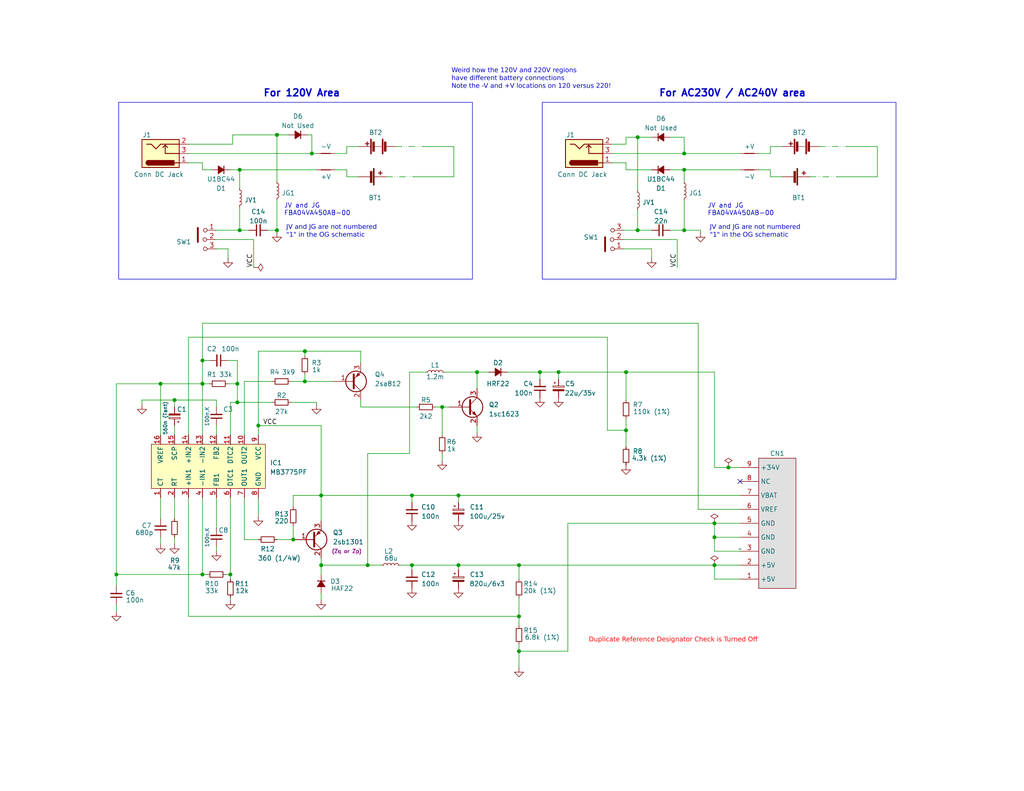
<source format=kicad_sch>
(kicad_sch (version 20230121) (generator eeschema)
  (paper "USLetter")
  (title_block (title "DC-DC Converter for GG") (rev "1") (company "bald.ee/bitpreserve"))
  (lib_symbols
    (symbol "Connector:Barrel_Jack_Switch" (pin_names hide)
      (property "Reference" "J" (at 0 5.334 0))
      (property "Value" "Barrel_Jack_Switch" (at 0 -5.08 0))
      (symbol "Barrel_Jack_Switch_0_1"
        (rectangle (start -5.08 3.81) (end 5.08 -3.81) (stroke (width 0.254)) (fill (type background)))
        (arc (start -3.302 3.175) (mid -3.9343 2.54) (end -3.302 1.905) (stroke (width 0.254)))
        (arc (start -3.302 3.175) (mid -3.9343 2.54) (end -3.302 1.905) (stroke (width 0.254)) (fill (type outline)))
        (polyline (pts (xy 1.27 -2.286) (xy 1.905 -1.651)) (stroke (width 0.254)))
        (polyline (pts (xy 5.08 2.54) (xy 3.81 2.54)) (stroke (width 0.254)))
        (polyline (pts (xy 5.08 0) (xy 1.27 0) (xy 1.27 -2.286) (xy 0.635 -1.651)) (stroke (width 0.254)))
        (polyline (pts (xy -3.81 -2.54) (xy -2.54 -2.54) (xy -1.27 -1.27) (xy 0 -2.54) (xy 2.54 -2.54) (xy 5.08 -2.54)) (stroke (width 0.254)))
        (rectangle (start 3.683 3.175) (end -3.302 1.905) (stroke (width 0.254)) (fill (type outline)))
      )
      (symbol "Barrel_Jack_Switch_1_1"
        (pin passive line (at 7.62 2.54 180) (length 2.54) (name "~") (number "1"))
        (pin passive line (at 7.62 -2.54 180) (length 2.54) (name "~") (number "2"))
        (pin passive line (at 7.62 0 180) (length 2.54) (name "~") (number "3"))
      )
    )
    (symbol "Device:Battery" (pin_numbers hide) (pin_names (offset 0) hide)
      (property "Reference" "BT" (at 2.54 2.54 0))
      (property "Value" "Battery" (at 2.54 0 0))
      (symbol "Battery_0_1"
        (rectangle (start -2.032 -1.397) (end 2.032 -1.651) (fill (type outline)))
        (rectangle (start -2.032 1.778) (end 2.032 1.524) (fill (type outline)))
        (rectangle (start -1.3208 -1.9812) (end 1.27 -2.4892) (fill (type outline)))
        (rectangle (start -1.3208 1.1938) (end 1.27 0.6858) (fill (type outline)))
        (polyline (pts (xy 0 -1.524) (xy 0 -1.27)))
        (polyline (pts (xy 0 -1.016) (xy 0 -0.762)))
        (polyline (pts (xy 0 -0.508) (xy 0 -0.254)))
        (polyline (pts (xy 0 0) (xy 0 0.254)))
        (polyline (pts (xy 0 0.508) (xy 0 0.762)))
        (polyline (pts (xy 0 1.778) (xy 0 2.54)))
        (polyline (pts (xy 0.254 2.667) (xy 1.27 2.667)) (stroke (width 0.254)))
        (polyline (pts (xy 0.762 3.175) (xy 0.762 2.159)) (stroke (width 0.254)))
      )
      (symbol "Battery_1_1"
        (pin passive line (at 0 5.08 270) (length 2.54) (name "+") (number "1"))
        (pin passive line (at 0 -5.08 90) (length 2.54) (name "-") (number "2"))
      )
    )
    (symbol "Device:Battery_Cell" (pin_numbers hide) (pin_names (offset 0) hide)
      (property "Reference" "BT" (at 2.54 2.54 0))
      (property "Value" "Battery_Cell" (at 2.54 0 0))
      (symbol "Battery_Cell_0_1"
        (rectangle (start -2.286 1.778) (end 2.286 1.524) (fill (type outline)))
        (rectangle (start -1.5748 1.1938) (end 1.4732 0.6858) (fill (type outline)))
        (polyline (pts (xy 0 0.762) (xy 0 0)))
        (polyline (pts (xy 0 1.778) (xy 0 2.54)))
        (polyline (pts (xy 0.508 3.429) (xy 1.524 3.429)) (stroke (width 0.254)))
        (polyline (pts (xy 1.016 3.937) (xy 1.016 2.921)) (stroke (width 0.254)))
      )
      (symbol "Battery_Cell_1_1"
        (pin passive line (at 0 5.08 270) (length 2.54) (name "+") (number "1"))
        (pin passive line (at 0 -2.54 90) (length 2.54) (name "-") (number "2"))
      )
    )
    (symbol "Device:C_Polarized_Small" (pin_numbers hide) (pin_names (offset 0.254) hide)
      (property "Reference" "C" (at 0.254 1.778 0))
      (property "Value" "C_Polarized_Small" (at 0.254 -2.032 0))
      (symbol "C_Polarized_Small_0_1"
        (rectangle (start -1.524 -0.3048) (end 1.524 -0.6858) (fill (type outline)))
        (rectangle (start -1.524 0.6858) (end 1.524 0.3048))
        (polyline (pts (xy -1.27 1.524) (xy -0.762 1.524)))
        (polyline (pts (xy -1.016 1.27) (xy -1.016 1.778)))
      )
      (symbol "C_Polarized_Small_1_1"
        (pin passive line (at 0 2.54 270) (length 1.8542) (name "~") (number "1"))
        (pin passive line (at 0 -2.54 90) (length 1.8542) (name "~") (number "2"))
      )
    )
    (symbol "Device:C_Small" (pin_numbers hide) (pin_names (offset 0.254) hide)
      (property "Reference" "C" (at 0.254 1.778 0))
      (property "Value" "C_Small" (at 0.254 -2.032 0))
      (symbol "C_Small_0_1"
        (polyline (pts (xy -1.524 -0.508) (xy 1.524 -0.508)) (stroke (width 0.3302)))
        (polyline (pts (xy -1.524 0.508) (xy 1.524 0.508)) (stroke (width 0.3048)))
      )
      (symbol "C_Small_1_1"
        (pin passive line (at 0 2.54 270) (length 2.032) (name "~") (number "1"))
        (pin passive line (at 0 -2.54 90) (length 2.032) (name "~") (number "2"))
      )
    )
    (symbol "Device:D_Small_Filled" (pin_numbers hide) (pin_names (offset 0.254) hide)
      (property "Reference" "D" (at -1.27 2.032 0))
      (property "Value" "D_Small_Filled" (at -3.81 -2.032 0))
      (symbol "D_Small_Filled_0_1"
        (polyline (pts (xy -0.762 -1.016) (xy -0.762 1.016)) (stroke (width 0.254)))
        (polyline (pts (xy -0.762 0) (xy 0.762 0)))
        (polyline (pts (xy 0.762 -1.016) (xy -0.762 0) (xy 0.762 1.016) (xy 0.762 -1.016)) (stroke (width 0.254)) (fill (type outline)))
      )
      (symbol "D_Small_Filled_1_1"
        (pin passive line (at -2.54 0 0) (length 1.778) (name "K") (number "1"))
        (pin passive line (at 2.54 0 180) (length 1.778) (name "A") (number "2"))
      )
    )
    (symbol "Device:L_Small" (pin_numbers hide) (pin_names (offset 0.254) hide)
      (property "Reference" "L" (at 0.762 1.016 0))
      (property "Value" "L_Small" (at 0.762 -1.016 0))
      (symbol "L_Small_0_1"
        (arc (start 0 -2.032) (mid 0.5058 -1.524) (end 0 -1.016))
        (arc (start 0 -1.016) (mid 0.5058 -0.508) (end 0 0))
        (arc (start 0 0) (mid 0.5058 0.508) (end 0 1.016))
        (arc (start 0 1.016) (mid 0.5058 1.524) (end 0 2.032))
      )
      (symbol "L_Small_1_1"
        (pin passive line (at 0 2.54 270) (length 0.508) (name "~") (number "1"))
        (pin passive line (at 0 -2.54 90) (length 0.508) (name "~") (number "2"))
      )
    )
    (symbol "Device:NetTie_2" (pin_numbers hide) (pin_names (offset 0) hide) (in_bom no)
      (property "Reference" "NT" (at 0 1.27 0))
      (property "Value" "NetTie_2" (at 0 -1.27 0))
      (symbol "NetTie_2_0_1"
        (polyline (pts (xy -1.27 0) (xy 1.27 0)) (stroke (width 0.254)))
      )
      (symbol "NetTie_2_1_1"
        (pin passive line (at -2.54 0 0) (length 2.54) (name "1") (number "1"))
        (pin passive line (at 2.54 0 180) (length 2.54) (name "2") (number "2"))
      )
    )
    (symbol "Device:Q_NPN_BEC" (pin_names (offset 0) hide)
      (property "Reference" "Q" (at 5.08 1.27 0))
      (property "Value" "Q_NPN_BEC" (at 5.08 -1.27 0))
      (symbol "Q_NPN_BEC_0_1"
        (polyline (pts (xy 0.635 0.635) (xy 2.54 2.54)))
        (polyline (pts (xy 0.635 -0.635) (xy 2.54 -2.54) (xy 2.54 -2.54)))
        (polyline (pts (xy 0.635 1.905) (xy 0.635 -1.905) (xy 0.635 -1.905)) (stroke (width 0.508)))
        (polyline (pts (xy 1.27 -1.778) (xy 1.778 -1.27) (xy 2.286 -2.286) (xy 1.27 -1.778) (xy 1.27 -1.778)) (fill (type outline)))
        (circle (center 1.27 0) (radius 2.8194) (stroke (width 0.254)))
      )
      (symbol "Q_NPN_BEC_1_1"
        (pin input line (at -5.08 0 0) (length 5.715) (name "B") (number "1"))
        (pin passive line (at 2.54 -5.08 90) (length 2.54) (name "E") (number "2"))
        (pin passive line (at 2.54 5.08 270) (length 2.54) (name "C") (number "3"))
      )
    )
    (symbol "Device:Q_PNP_BCE" (pin_names (offset 0) hide)
      (property "Reference" "Q" (at 5.08 1.27 0))
      (property "Value" "Q_PNP_BCE" (at 5.08 -1.27 0))
      (symbol "Q_PNP_BCE_0_1"
        (polyline (pts (xy 0.635 0.635) (xy 2.54 2.54)))
        (polyline (pts (xy 0.635 -0.635) (xy 2.54 -2.54) (xy 2.54 -2.54)))
        (polyline (pts (xy 0.635 1.905) (xy 0.635 -1.905) (xy 0.635 -1.905)) (stroke (width 0.508)))
        (polyline (pts (xy 2.286 -1.778) (xy 1.778 -2.286) (xy 1.27 -1.27) (xy 2.286 -1.778) (xy 2.286 -1.778)) (fill (type outline)))
        (circle (center 1.27 0) (radius 2.8194) (stroke (width 0.254)))
      )
      (symbol "Q_PNP_BCE_1_1"
        (pin input line (at -5.08 0 0) (length 5.715) (name "B") (number "1"))
        (pin passive line (at 2.54 5.08 270) (length 2.54) (name "C") (number "2"))
        (pin passive line (at 2.54 -5.08 90) (length 2.54) (name "E") (number "3"))
      )
    )
    (symbol "Device:R_Small" (pin_numbers hide) (pin_names (offset 0.254) hide)
      (property "Reference" "R" (at 0.762 0.508 0))
      (property "Value" "R_Small" (at 0.762 -1.016 0))
      (symbol "R_Small_0_1"
        (rectangle (start -0.762 1.778) (end 0.762 -1.778) (stroke (width 0.2032)))
      )
      (symbol "R_Small_1_1"
        (pin passive line (at 0 2.54 270) (length 0.762) (name "~") (number "1"))
        (pin passive line (at 0 -2.54 90) (length 0.762) (name "~") (number "2"))
      )
    )
    (symbol "Game Gear Symbol Library:MB3775PF"
      (property "Reference" "IC" (at 17.145 3.175 0))
      (symbol "MB3775PF_0_1"
        (rectangle (start -15.875 5.715) (end 15.24 -6.35) (fill (type background)))
      )
      (symbol "MB3775PF_1_0"
        (pin passive line (at -13.335 -8.89 90) (length 2.54) (name "CT") (number "1"))
        (pin output line (at 9.525 8.255 270) (length 2.54) (name "OUT2") (number "10"))
        (pin output line (at 5.715 8.255 270) (length 2.54) (name "DTC2") (number "11"))
        (pin passive line (at 1.905 8.255 270) (length 2.54) (name "FB2") (number "12"))
        (pin input line (at -1.905 8.255 270) (length 2.54) (name "-IN2") (number "13"))
        (pin input line (at -5.715 8.255 270) (length 2.54) (name "+IN2") (number "14"))
        (pin passive line (at -9.525 -8.89 90) (length 2.54) (name "RT") (number "2"))
        (pin input line (at -5.715 -8.89 90) (length 2.54) (name "+IN1") (number "3"))
        (pin input line (at -1.905 -8.89 90) (length 2.54) (name "-IN1") (number "4"))
        (pin passive line (at 1.905 -8.89 90) (length 2.54) (name "FB1") (number "5"))
        (pin output line (at 5.715 -8.89 90) (length 2.54) (name "DTC1") (number "6"))
        (pin output line (at 9.525 -8.89 90) (length 2.54) (name "OUT1") (number "7"))
        (pin power_in line (at 13.335 -8.89 90) (length 2.54) (name "GND") (number "8"))
        (pin power_in line (at 13.335 8.255 270) (length 2.54) (name "VCC") (number "9"))
      )
      (symbol "MB3775PF_1_1"
        (pin passive line (at -9.525 8.255 270) (length 2.54) (name "SCP") (number "15"))
        (pin passive line (at -13.335 8.255 270) (length 2.54) (name "VREF") (number "16"))
      )
    )
    (symbol "Game Gear Symbol Library:SW_SPDT_Flat" (pin_names (offset 0) hide)
      (property "Reference" "SW1" (at 0 6.985 0))
      (property "Value" "SW_SPDT" (at 0 4.445 0))
      (symbol "SW_SPDT_Flat_0_0"
        (circle (center 1.905 0) (radius 0.508))
        (circle (center 2.032 -2.54) (radius 0.508))
      )
      (symbol "SW_SPDT_Flat_0_1"
        (polyline (pts (xy 0 3.175) (xy 0 -0.635)) (stroke (width 0.5)))
        (circle (center 2.032 2.54) (radius 0.508))
      )
      (symbol "SW_SPDT_Flat_1_1"
        (pin passive line (at 5.08 2.54 180) (length 2.54) (name "A") (number "1"))
        (pin passive line (at 5.08 0 180) (length 2.54) (name "B") (number "2"))
        (pin passive line (at 5.08 -2.54 180) (length 2.54) (name "C") (number "3"))
      )
    )
    (symbol "Game Gear Symbol Library:Wire_9P_GG"
      (property "Reference" "CN" (at -10.16 19.05 0))
      (symbol "Wire_9P_GG_0_1"
        (rectangle (start -5.08 17.78) (end 5.08 -17.78) (fill (type color) (color 132 132 132 0.2509803922)))
      )
      (symbol "Wire_9P_GG_1_1"
        (pin passive line (at -10.16 15.24 0) (length 5.08) (name "+5V") (number "1"))
        (pin passive line (at -10.16 11.43 0) (length 5.08) (name "+5V") (number "2"))
        (pin passive line (at -10.16 7.62 0) (length 5.08) (name "GND") (number "3"))
        (pin passive line (at -10.16 3.81 0) (length 5.08) (name "GND") (number "4"))
        (pin passive line (at -10.16 0 0) (length 5.08) (name "GND") (number "5"))
        (pin passive line (at -10.16 -3.81 0) (length 5.08) (name "VREF") (number "6"))
        (pin passive line (at -10.16 -7.62 0) (length 5.08) (name "VBAT") (number "7"))
        (pin passive line (at -10.16 -11.43 0) (length 5.08) (name "NC") (number "8"))
        (pin passive line (at -10.16 -15.24 0) (length 5.08) (name "+34V") (number "9"))
      )
    )
    (symbol "SW_SPDT_Flat_1" (pin_names (offset 0) hide)
      (property "Reference" "SW1" (at 0 6.985 0))
      (property "Value" "SW_SPDT" (at 0 4.445 0))
      (symbol "SW_SPDT_Flat_1_0_0"
        (circle (center 1.905 0) (radius 0.508))
        (circle (center 2.032 -2.54) (radius 0.508))
      )
      (symbol "SW_SPDT_Flat_1_0_1"
        (polyline (pts (xy 0 3.175) (xy 0 -0.635)) (stroke (width 0.5)))
        (circle (center 2.032 2.54) (radius 0.508))
      )
      (symbol "SW_SPDT_Flat_1_1_1"
        (pin passive line (at 5.08 2.54 180) (length 2.54) (name "A") (number "1"))
        (pin passive line (at 5.08 0 180) (length 2.54) (name "B") (number "2"))
        (pin passive line (at 5.08 -2.54 180) (length 2.54) (name "C") (number "3"))
      )
    )
    (symbol "power:GND" (power) (pin_names (offset 0))
      (property "Value" "GND" (at 0 -3.81 0))
      (symbol "GND_0_1"
        (polyline (pts (xy 0 0) (xy 0 -1.27) (xy 1.27 -1.27) (xy 0 -2.54) (xy -1.27 -1.27) (xy 0 -1.27)))
      )
      (symbol "GND_1_1"
        (pin power_in line (at 0 0 270) (length 0) hide (name "GND") (number "1"))
      )
    )
    (symbol "power:PWR_FLAG" (power) (pin_numbers hide) (pin_names (offset 0) hide)
      (property "Value" "PWR_FLAG" (at 0 3.81 0))
      (symbol "PWR_FLAG_0_0"
        (pin power_out line (at 0 0 90) (length 0) (name "pwr") (number "1"))
      )
      (symbol "PWR_FLAG_0_1"
        (polyline (pts (xy 0 0) (xy 0 1.27) (xy -1.016 1.905) (xy 0 2.54) (xy 1.016 1.905) (xy 0 1.27)))
      )
    )
  )
  (junction (at 62.865 156.845))
  (junction (at 55.245 156.845))
  (junction (at 130.175 101.6))
  (junction (at 141.605 154.305))
  (junction (at 43.815 104.775))
  (junction (at 83.185 95.885))
  (junction (at 55.245 98.425))
  (junction (at 85.09 41.91))
  (junction (at 194.945 154.305))
  (junction (at 75.565 36.83))
  (junction (at 186.69 46.355))
  (junction (at 170.815 101.6))
  (junction (at 198.755 127.635))
  (junction (at 64.77 104.775))
  (junction (at 141.605 177.8))
  (junction (at 75.565 62.865))
  (junction (at 125.095 135.255))
  (junction (at 173.99 62.865))
  (junction (at 31.75 156.845))
  (junction (at 65.405 46.355))
  (junction (at 120.65 111.125))
  (junction (at 173.99 37.465))
  (junction (at 194.945 146.685))
  (junction (at 80.01 147.32))
  (junction (at 64.77 109.855))
  (junction (at 186.69 62.865))
  (junction (at 70.485 116.205))
  (junction (at 170.815 117.475))
  (junction (at 147.32 101.6))
  (junction (at 87.63 135.255))
  (junction (at 65.405 62.865))
  (junction (at 55.245 104.775))
  (junction (at 141.605 168.275))
  (junction (at 194.945 142.875))
  (junction (at 83.185 104.14))
  (junction (at 112.395 154.305))
  (junction (at 186.69 41.91))
  (junction (at 152.4 101.6))
  (junction (at 125.095 154.305))
  (junction (at 112.395 135.255))
  (junction (at 100.33 154.305))
  (junction (at 87.63 154.305))
  (junction (at 47.625 109.22))
  (no_connect (at 201.93 131.445))
  (wire (pts (xy 94.615 48.26) (xy 97.79 48.26)))
  (wire (pts (xy 94.615 40.005) (xy 97.79 40.005)))
  (wire (pts (xy 62.865 109.855) (xy 64.77 109.855)))
  (wire (pts (xy 130.175 101.6) (xy 133.35 101.6)))
  (wire (pts (xy 170.815 117.475) (xy 165.735 117.475)))
  (wire (pts (xy 75.565 54.61) (xy 75.565 62.865)))
  (wire (pts (xy 55.245 88.265) (xy 190.5 88.265)))
  (wire (pts (xy 177.8 67.945) (xy 177.8 70.485)))
  (wire (pts (xy 125.095 154.305) (xy 141.605 154.305)))
  (wire (pts (xy 65.405 46.355) (xy 86.36 46.355)))
  (wire (pts (xy 170.815 46.355) (xy 170.815 44.45)))
  (wire (pts (xy 65.405 46.355) (xy 65.405 51.435)))
  (wire (pts (xy 98.425 109.22) (xy 98.425 111.125)))
  (wire (pts (xy 64.77 109.855) (xy 74.295 109.855)))
  (wire (pts (xy 113.03 48.26) (xy 123.825 48.26)))
  (wire (pts (xy 51.435 41.91) (xy 85.09 41.91)))
  (wire (pts (xy 47.625 116.205) (xy 47.625 118.745)))
  (wire (pts (xy 100.33 154.305) (xy 104.14 154.305)))
  (wire (pts (xy 61.595 156.845) (xy 62.865 156.845)))
  (wire (pts (xy 111.76 123.825) (xy 100.33 123.825)))
  (wire (pts (xy 75.565 36.83) (xy 78.74 36.83)))
  (wire (pts (xy 170.18 65.405) (xy 184.785 65.405)))
  (wire (pts (xy 154.94 142.875) (xy 154.94 177.8)))
  (wire (pts (xy 105.41 48.26) (xy 113.03 48.26)) (stroke (width 0) (type dash_dot_dot)))
  (wire (pts (xy 112.395 154.305) (xy 125.095 154.305)))
  (wire (pts (xy 141.605 154.305) (xy 141.605 158.115)))
  (wire (pts (xy 83.185 104.14) (xy 83.185 102.235)))
  (wire (pts (xy 55.245 98.425) (xy 55.245 88.265)))
  (wire (pts (xy 125.095 135.255) (xy 125.095 137.16)))
  (wire (pts (xy 75.565 36.83) (xy 75.565 49.53)))
  (wire (pts (xy 66.675 104.14) (xy 66.675 118.745)))
  (wire (pts (xy 120.65 123.825) (xy 120.65 125.73)))
  (wire (pts (xy 141.605 168.275) (xy 141.605 170.815)))
  (wire (pts (xy 87.63 154.305) (xy 100.33 154.305)))
  (wire (pts (xy 87.63 161.925) (xy 87.63 163.83)))
  (wire (pts (xy 173.99 57.15) (xy 173.99 62.865)))
  (wire (pts (xy 141.605 175.895) (xy 141.605 177.8)))
  (wire (pts (xy 184.785 65.405) (xy 184.785 73.025)))
  (wire (pts (xy 194.945 154.305) (xy 194.945 158.115)))
  (wire (pts (xy 43.815 104.775) (xy 43.815 118.745)))
  (wire (pts (xy 177.8 46.355) (xy 170.815 46.355)))
  (wire (pts (xy 186.69 37.465) (xy 186.69 41.91)))
  (wire (pts (xy 170.815 37.465) (xy 170.815 39.37)))
  (wire (pts (xy 83.185 104.14) (xy 90.805 104.14)))
  (wire (pts (xy 38.735 109.22) (xy 38.735 110.49)))
  (wire (pts (xy 194.945 158.115) (xy 201.93 158.115)))
  (wire (pts (xy 87.63 116.205) (xy 87.63 135.255)))
  (wire (pts (xy 165.735 117.475) (xy 165.735 92.075)))
  (wire (pts (xy 62.23 98.425) (xy 64.77 98.425)))
  (wire (pts (xy 115.57 40.005) (xy 123.825 40.005)))
  (wire (pts (xy 125.095 135.255) (xy 112.395 135.255)))
  (wire (pts (xy 63.5 36.83) (xy 75.565 36.83)))
  (wire (pts (xy 31.75 104.775) (xy 31.75 156.845)))
  (wire (pts (xy 43.815 135.89) (xy 43.815 141.605)))
  (wire (pts (xy 182.88 46.355) (xy 186.69 46.355)))
  (wire (pts (xy 170.815 117.475) (xy 170.815 121.92)))
  (wire (pts (xy 51.435 135.89) (xy 51.435 168.275)))
  (wire (pts (xy 47.625 111.125) (xy 47.625 109.22)))
  (wire (pts (xy 51.435 39.37) (xy 63.5 39.37)))
  (wire (pts (xy 125.095 154.305) (xy 125.095 155.575)))
  (wire (pts (xy 57.785 46.355) (xy 55.245 46.355)))
  (wire (pts (xy 167.005 41.91) (xy 186.69 41.91)))
  (wire (pts (xy 80.01 143.51) (xy 80.01 147.32)))
  (wire (pts (xy 170.815 101.6) (xy 170.815 109.22)))
  (wire (pts (xy 147.32 101.6) (xy 152.4 101.6)))
  (wire (pts (xy 194.945 142.875) (xy 194.945 146.685)))
  (wire (pts (xy 170.18 62.865) (xy 173.99 62.865)))
  (wire (pts (xy 59.055 116.205) (xy 59.055 118.745)))
  (wire (pts (xy 64.77 104.775) (xy 64.77 109.855)))
  (wire (pts (xy 69.215 65.405) (xy 69.215 73.025)))
  (wire (pts (xy 120.65 111.125) (xy 120.65 118.745)))
  (wire (pts (xy 112.395 135.255) (xy 87.63 135.255)))
  (wire (pts (xy 66.675 104.14) (xy 74.295 104.14)))
  (wire (pts (xy 85.09 36.83) (xy 85.09 41.91)))
  (wire (pts (xy 173.99 62.865) (xy 177.8 62.865)))
  (wire (pts (xy 210.185 48.26) (xy 213.36 48.26)))
  (wire (pts (xy 59.055 62.865) (xy 65.405 62.865)))
  (wire (pts (xy 47.625 146.685) (xy 47.625 148.59)))
  (wire (pts (xy 62.865 118.745) (xy 62.865 109.855)))
  (wire (pts (xy 210.185 46.355) (xy 210.185 48.26)))
  (wire (pts (xy 59.055 135.89) (xy 59.055 144.145)))
  (wire (pts (xy 55.245 156.845) (xy 56.515 156.845)))
  (wire (pts (xy 107.95 40.005) (xy 115.57 40.005)) (stroke (width 0) (type dash_dot_dot)))
  (wire (pts (xy 87.63 152.4) (xy 87.63 154.305)))
  (wire (pts (xy 59.055 67.945) (xy 62.23 67.945)))
  (wire (pts (xy 87.63 135.255) (xy 87.63 142.24)))
  (wire (pts (xy 47.625 135.89) (xy 47.625 141.605)))
  (wire (pts (xy 138.43 101.6) (xy 147.32 101.6)))
  (wire (pts (xy 147.32 101.6) (xy 147.32 103.505)))
  (wire (pts (xy 186.69 41.91) (xy 201.93 41.91)))
  (wire (pts (xy 70.485 116.205) (xy 70.485 118.745)))
  (wire (pts (xy 79.375 109.855) (xy 86.36 109.855)))
  (wire (pts (xy 170.815 114.3) (xy 170.815 117.475)))
  (wire (pts (xy 59.055 149.225) (xy 59.055 150.495)))
  (wire (pts (xy 141.605 177.8) (xy 141.605 182.245)))
  (wire (pts (xy 91.44 41.91) (xy 94.615 41.91)))
  (wire (pts (xy 86.36 109.855) (xy 86.36 110.49)))
  (wire (pts (xy 152.4 101.6) (xy 170.815 101.6)))
  (wire (pts (xy 55.245 104.775) (xy 57.15 104.775)))
  (wire (pts (xy 66.675 147.32) (xy 70.485 147.32)))
  (wire (pts (xy 83.82 36.83) (xy 85.09 36.83)))
  (wire (pts (xy 186.69 54.61) (xy 186.69 62.865)))
  (wire (pts (xy 141.605 154.305) (xy 194.945 154.305)))
  (wire (pts (xy 173.99 37.465) (xy 170.815 37.465)))
  (wire (pts (xy 118.745 111.125) (xy 120.65 111.125)))
  (wire (pts (xy 198.755 127.635) (xy 194.945 127.635)))
  (wire (pts (xy 194.945 150.495) (xy 201.93 150.495)))
  (wire (pts (xy 109.22 154.305) (xy 112.395 154.305)))
  (wire (pts (xy 141.605 163.195) (xy 141.605 168.275)))
  (wire (pts (xy 207.01 46.355) (xy 210.185 46.355)))
  (wire (pts (xy 170.815 44.45) (xy 167.005 44.45)))
  (wire (pts (xy 173.99 37.465) (xy 173.99 52.07)))
  (wire (pts (xy 112.395 135.255) (xy 112.395 137.16)))
  (wire (pts (xy 177.8 37.465) (xy 173.99 37.465)))
  (wire (pts (xy 125.095 135.255) (xy 201.93 135.255)))
  (wire (pts (xy 73.025 62.865) (xy 75.565 62.865)))
  (wire (pts (xy 239.395 40.005) (xy 239.395 48.26)))
  (wire (pts (xy 65.405 56.515) (xy 65.405 62.865)))
  (wire (pts (xy 64.77 98.425) (xy 64.77 104.775)))
  (wire (pts (xy 51.435 118.745) (xy 51.435 92.075)))
  (wire (pts (xy 170.18 67.945) (xy 177.8 67.945)))
  (wire (pts (xy 111.76 101.6) (xy 111.76 123.825)))
  (wire (pts (xy 186.69 62.865) (xy 191.135 62.865)))
  (wire (pts (xy 210.185 41.91) (xy 210.185 40.005)))
  (wire (pts (xy 210.185 40.005) (xy 213.36 40.005)))
  (wire (pts (xy 231.14 40.005) (xy 239.395 40.005)))
  (wire (pts (xy 186.69 46.355) (xy 186.69 49.53)))
  (wire (pts (xy 75.565 62.865) (xy 75.565 63.5)))
  (wire (pts (xy 194.945 146.685) (xy 201.93 146.685)))
  (wire (pts (xy 43.815 146.685) (xy 43.815 148.59)))
  (wire (pts (xy 63.5 39.37) (xy 63.5 36.83)))
  (wire (pts (xy 59.055 65.405) (xy 69.215 65.405)))
  (wire (pts (xy 83.185 95.885) (xy 83.185 97.155)))
  (wire (pts (xy 98.425 111.125) (xy 113.665 111.125)))
  (wire (pts (xy 87.63 116.205) (xy 70.485 116.205)))
  (wire (pts (xy 220.98 48.26) (xy 228.6 48.26)) (stroke (width 0) (type dash_dot_dot)))
  (wire (pts (xy 223.52 40.005) (xy 231.14 40.005)) (stroke (width 0) (type dash_dot_dot)))
  (wire (pts (xy 116.205 101.6) (xy 111.76 101.6)))
  (wire (pts (xy 31.75 165.1) (xy 31.75 167.005)))
  (wire (pts (xy 121.285 101.6) (xy 130.175 101.6)))
  (wire (pts (xy 70.485 95.885) (xy 70.485 116.205)))
  (wire (pts (xy 62.865 46.355) (xy 65.405 46.355)))
  (wire (pts (xy 83.185 95.885) (xy 98.425 95.885)))
  (wire (pts (xy 120.65 111.125) (xy 122.555 111.125)))
  (wire (pts (xy 170.815 39.37) (xy 167.005 39.37)))
  (wire (pts (xy 170.815 101.6) (xy 194.945 101.6)))
  (wire (pts (xy 62.23 67.945) (xy 62.23 70.485)))
  (wire (pts (xy 31.75 156.845) (xy 55.245 156.845)))
  (wire (pts (xy 100.33 123.825) (xy 100.33 154.305)))
  (wire (pts (xy 152.4 101.6) (xy 152.4 103.505)))
  (wire (pts (xy 87.63 154.305) (xy 87.63 156.845)))
  (wire (pts (xy 186.69 37.465) (xy 182.88 37.465)))
  (wire (pts (xy 201.93 127.635) (xy 198.755 127.635)))
  (wire (pts (xy 194.945 101.6) (xy 194.945 127.635)))
  (wire (pts (xy 141.605 177.8) (xy 154.94 177.8)))
  (wire (pts (xy 79.375 104.14) (xy 83.185 104.14)))
  (wire (pts (xy 123.825 40.005) (xy 123.825 48.26)))
  (wire (pts (xy 66.675 135.89) (xy 66.675 147.32)))
  (wire (pts (xy 80.01 135.255) (xy 87.63 135.255)))
  (wire (pts (xy 59.055 109.22) (xy 59.055 111.125)))
  (wire (pts (xy 91.44 46.355) (xy 94.615 46.355)))
  (wire (pts (xy 80.01 138.43) (xy 80.01 135.255)))
  (wire (pts (xy 64.77 104.775) (xy 62.23 104.775)))
  (wire (pts (xy 154.94 142.875) (xy 194.945 142.875)))
  (wire (pts (xy 190.5 139.065) (xy 201.93 139.065)))
  (wire (pts (xy 43.815 104.775) (xy 31.75 104.775)))
  (wire (pts (xy 182.88 62.865) (xy 186.69 62.865)))
  (wire (pts (xy 207.01 41.91) (xy 210.185 41.91)))
  (wire (pts (xy 55.245 135.89) (xy 55.245 156.845)))
  (wire (pts (xy 62.865 156.845) (xy 62.865 158.115)))
  (wire (pts (xy 194.945 146.685) (xy 194.945 150.495)))
  (wire (pts (xy 98.425 95.885) (xy 98.425 99.06)))
  (wire (pts (xy 228.6 48.26) (xy 239.395 48.26)))
  (wire (pts (xy 191.135 62.865) (xy 191.135 63.5)))
  (wire (pts (xy 47.625 109.22) (xy 59.055 109.22)))
  (wire (pts (xy 130.175 116.205) (xy 130.175 118.11)))
  (wire (pts (xy 194.945 142.875) (xy 201.93 142.875)))
  (wire (pts (xy 186.69 46.355) (xy 201.93 46.355)))
  (wire (pts (xy 94.615 41.91) (xy 94.615 40.005)))
  (wire (pts (xy 62.865 163.195) (xy 62.865 163.83)))
  (wire (pts (xy 130.175 101.6) (xy 130.175 106.045)))
  (wire (pts (xy 94.615 46.355) (xy 94.615 48.26)))
  (wire (pts (xy 194.945 154.305) (xy 201.93 154.305)))
  (wire (pts (xy 112.395 154.305) (xy 112.395 155.575)))
  (wire (pts (xy 70.485 95.885) (xy 83.185 95.885)))
  (wire (pts (xy 62.865 135.89) (xy 62.865 156.845)))
  (wire (pts (xy 55.245 98.425) (xy 57.15 98.425)))
  (wire (pts (xy 70.485 135.89) (xy 70.485 140.97)))
  (wire (pts (xy 65.405 62.865) (xy 67.945 62.865)))
  (wire (pts (xy 75.565 147.32) (xy 80.01 147.32)))
  (wire (pts (xy 51.435 168.275) (xy 141.605 168.275)))
  (wire (pts (xy 38.735 109.22) (xy 47.625 109.22)))
  (wire (pts (xy 85.09 41.91) (xy 86.36 41.91)))
  (wire (pts (xy 190.5 88.265) (xy 190.5 139.065)))
  (wire (pts (xy 51.435 92.075) (xy 165.735 92.075)))
  (wire (pts (xy 55.245 104.775) (xy 43.815 104.775)))
  (wire (pts (xy 55.245 46.355) (xy 55.245 44.45)))
  (wire (pts (xy 31.75 156.845) (xy 31.75 160.02)))
  (wire (pts (xy 55.245 104.775) (xy 55.245 98.425)))
  (wire (pts (xy 55.245 104.775) (xy 55.245 118.745)))
  (wire (pts (xy 55.245 44.45) (xy 51.435 44.45)))
  (rectangle (start 32.385 27.94) (end 128.905 76.2))
  (rectangle (start 147.955 27.94) (end 244.475 76.2))
  (text "JV and JG\nFBA04VA450AB-00" (at 193.04 59.055 0) (effects (font (size 1.27 1.27)) (justify left bottom)))
  (text "Weird how the 120V and 220V regions\nhave different battery connections\nNote the -V and +V locations on 120 versus 220!" (at 123.19 24.765 0) (effects (font (size 1.27 1.27)) (justify left bottom)))
  (text "Duplicate Reference Designator Check is Turned Off" (at 160.655 175.895 0) (effects (font (size 1.27 1.27)) (justify left bottom)))
  (text "For AC230V / AC240V area" (at 179.705 26.67 0) (effects (font (size 1.905 1.905) (thickness 0.381) bold) (justify left bottom)))
  (text "For 120V Area" (at 71.755 26.67 0) (effects (font (size 1.905 1.905) (thickness 0.381) bold) (justify left bottom)))
  (text "JV and JG are not numbered \n\"1\" in the OG schematic" (at 78.105 65.405 0) (effects (font (size 1.27 1.27)) (justify left bottom)))
  (text "JV and JG are not numbered \n\"1\" in the OG schematic" (at 193.675 65.405 0) (effects (font (size 1.27 1.27)) (justify left bottom)))
  (text "JV and JG\nFBA04VA450AB-00" (at 77.47 59.055 0) (effects (font (size 1.27 1.27)) (justify left bottom)))
  (label "VCC" (at 184.785 73.025 90))
  (label "VCC" (at 71.755 116.205 0))
  (label "VCC" (at 69.215 73.025 90))
  (symbol (lib_id "Connector:Barrel_Jack_Switch") (at 43.815 41.91 0) (mirror x) (unit 1)
    (property "Reference" "J1" (at 41.275 36.83 0) (effects (justify right)))
    (property "Value" "Conn DC Jack" (at 50.165 47.625 0) (effects (justify right)))
  )
  (symbol (lib_id "Device:R_Small") (at 141.605 173.355 0) (mirror x) (unit 1)
    (property "Reference" "R15" (at 144.78 172.085 0))
    (property "Value" "6.8k (1%)" (at 147.955 173.99 0))
  )
  (symbol (lib_id "Device:C_Small") (at 112.395 139.7 180) (unit 1)
    (property "Reference" "C10" (at 116.84 138.43 0))
    (property "Value" "100n" (at 117.475 140.97 0))
  )
  (symbol (lib_id "Device:C_Small") (at 31.75 162.56 0) (mirror x) (unit 1)
    (property "Reference" "C6" (at 35.56 161.925 0))
    (property "Value" "100n" (at 36.83 163.83 0))
  )
  (symbol (lib_id "Device:L_Small") (at 118.745 101.6 90) (unit 1)
    (property "Reference" "L1" (at 118.745 99.695 90))
    (property "Value" "1.2m" (at 118.745 102.87 90))
  )
  (symbol (lib_id "power:PWR_FLAG") (at 69.215 73.025 270) (unit 1)
    (property "Reference" "#FLG04" (effects hide))
    (property "Value" "PWR_FLAG" (effects hide))
  )
  (symbol (lib_id "power:PWR_FLAG") (at 198.755 127.635 0) (unit 1)
    (property "Reference" "#FLG03" (effects hide))
    (property "Value" "PWR_FLAG" (effects hide))
  )
  (symbol (lib_id "Device:R_Small") (at 80.01 140.97 0) (mirror x) (unit 1)
    (property "Reference" "R13" (at 76.835 140.335 0))
    (property "Value" "220" (at 76.835 142.24 0))
  )
  (symbol (lib_id "power:GND") (at 125.095 160.655 0) (unit 1)
    (property "Reference" "#PWR08" (effects hide))
    (property "Value" "GND" (effects hide))
  )
  (symbol (lib_id "Device:C_Polarized_Small") (at 125.095 158.115 0) (unit 1)
    (property "Reference" "C13" (at 132.08 156.845 0) (effects (justify right)))
    (property "Value" "820u/6v3" (at 137.795 159.385 0) (effects (justify right)))
  )
  (symbol (lib_id "Game Gear Symbol Library:MB3775PF") (at 57.15 127 0) (unit 1)
    (property "Reference" "IC1" (at 73.66 126.365 0) (effects (justify left)))
    (property "Value" "MB3775PF" (at 78.74 128.905 0))
  )
  (symbol (lib_id "Device:C_Small") (at 147.32 106.045 0) (mirror x) (unit 1)
    (property "Reference" "C4" (at 144.145 104.775 0))
    (property "Value" "100n" (at 142.875 107.315 0))
  )
  (symbol (lib_id "Device:R_Small") (at 76.835 109.855 90) (unit 1)
    (property "Reference" "R2" (at 76.835 107.95 90))
    (property "Value" "27k" (at 76.835 112.395 90))
  )
  (symbol (lib_id "Device:NetTie_2") (at 204.47 46.355 180) (unit 1) (in_bom no)
    (property "Reference" "NT1" (effects hide))
    (property "Value" "-V" (at 204.47 48.26 0))
  )
  (symbol (lib_id "Device:D_Small_Filled") (at 135.89 101.6 180) (unit 1)
    (property "Reference" "D2" (at 135.89 99.06 0))
    (property "Value" "HRF22" (at 135.89 104.775 0))
    (property "Sim.Device" "D" (effects hide))
    (property "Sim.Pins" "1=K 2=A" (effects hide))
  )
  (symbol (lib_id "Device:C_Small") (at 43.815 144.145 0) (mirror x) (unit 1)
    (property "Reference" "C7" (at 40.005 143.51 0))
    (property "Value" "680p" (at 39.37 145.415 0))
  )
  (symbol (lib_id "power:PWR_FLAG") (at 194.945 154.305 0) (unit 1)
    (property "Reference" "#FLG01" (effects hide))
    (property "Value" "PWR_FLAG" (effects hide))
  )
  (symbol (lib_name "SW_SPDT_Flat_1") (lib_id "Game Gear Symbol Library:SW_SPDT_Flat") (at 165.1 65.405 0) (mirror x) (unit 1)
    (property "Reference" "SW1" (at 161.29 64.77 0))
    (property "Value" "SW_SPDT" (effects hide))
  )
  (symbol (lib_id "Device:R_Small") (at 170.815 124.46 0) (mirror x) (unit 1)
    (property "Reference" "R8" (at 173.99 123.19 0))
    (property "Value" "4.3k (1%)" (at 177.165 125.095 0))
  )
  (symbol (lib_id "Device:Q_NPN_BEC") (at 127.635 111.125 0) (unit 1)
    (property "Reference" "Q2" (at 133.35 110.49 0) (effects (justify left)))
    (property "Value" "1sc1623" (at 133.35 113.03 0) (effects (justify left)))
  )
  (symbol (lib_id "Device:D_Small_Filled") (at 60.325 46.355 0) (mirror y) (unit 1)
    (property "Reference" "D1" (at 60.325 51.435 0))
    (property "Value" "U1BC44" (at 60.325 48.895 0))
    (property "Sim.Device" "D" (effects hide))
    (property "Sim.Pins" "1=K 2=A" (effects hide))
  )
  (symbol (lib_id "power:GND") (at 62.865 163.83 0) (unit 1)
    (property "Reference" "#PWR010" (effects hide))
    (property "Value" "GND" (effects hide))
  )
  (symbol (lib_id "power:GND") (at 120.65 125.73 0) (unit 1)
    (property "Reference" "#PWR019" (effects hide))
    (property "Value" "GND" (effects hide))
  )
  (symbol (lib_id "power:GND") (at 170.815 127 0) (unit 1)
    (property "Reference" "#PWR023" (effects hide))
    (property "Value" "GND" (effects hide))
  )
  (symbol (lib_id "Device:L_Small") (at 65.405 53.975 0) (unit 1)
    (property "Reference" "JV1" (at 66.675 54.61 0) (effects (justify left)))
    (property "Value" "FBA04VA450AB-00" (effects hide))
  )
  (symbol (lib_id "Device:NetTie_2") (at 204.47 41.91 0) (mirror y) (unit 1) (in_bom no)
    (property "Reference" "NT2" (effects hide))
    (property "Value" "+V" (at 204.47 40.005 0))
  )
  (symbol (lib_id "power:GND") (at 86.36 110.49 0) (unit 1)
    (property "Reference" "#PWR018" (effects hide))
    (property "Value" "GND" (effects hide))
  )
  (symbol (lib_id "Device:R_Small") (at 76.835 104.14 90) (unit 1)
    (property "Reference" "R4" (at 74.93 101.6 90))
    (property "Value" "3k9" (at 78.74 101.6 90))
  )
  (symbol (lib_id "power:GND") (at 130.175 118.11 0) (unit 1)
    (property "Reference" "#PWR020" (effects hide))
    (property "Value" "GND" (effects hide))
  )
  (symbol (lib_id "Device:C_Small") (at 112.395 158.115 180) (unit 1)
    (property "Reference" "C12" (at 116.84 156.845 0))
    (property "Value" "100n" (at 117.475 159.385 0))
  )
  (symbol (lib_id "Device:Q_PNP_BCE") (at 95.885 104.14 0) (mirror x) (unit 1)
    (property "Reference" "Q4" (at 102.235 102.235 0) (effects (justify left)))
    (property "Value" "2sa812" (at 102.235 104.775 0) (effects (justify left)))
    (property "Note" "(Zq or Zp)" (effects hide))
  )
  (symbol (lib_id "Device:R_Small") (at 141.605 160.655 0) (mirror x) (unit 1)
    (property "Reference" "R14" (at 144.78 159.385 0))
    (property "Value" "20k (1%)" (at 147.32 161.29 0))
  )
  (symbol (lib_id "power:GND") (at 75.565 63.5 0) (unit 1)
    (property "Reference" "#PWR01" (effects hide))
    (property "Value" "GND" (effects hide))
  )
  (symbol (lib_id "Device:Q_PNP_BCE") (at 85.09 147.32 0) (mirror x) (unit 1)
    (property "Reference" "Q3" (at 90.805 145.415 0) (effects (justify left)))
    (property "Value" "2sb1301" (at 90.805 147.955 0) (effects (justify left)))
    (property "Note" "(Zq or Zp)" (at 94.615 150.495 0) (effects (font (size 1 1))))
  )
  (symbol (lib_id "Device:D_Small_Filled") (at 180.34 37.465 0) (unit 1)
    (property "Reference" "D6" (at 180.34 32.385 0))
    (property "Value" "Not Used" (at 180.34 34.925 0))
    (property "Sim.Device" "D" (effects hide))
    (property "Sim.Pins" "1=K 2=A" (effects hide))
  )
  (symbol (lib_id "Device:L_Small") (at 106.68 154.305 90) (unit 1)
    (property "Reference" "L2" (at 106.045 150.495 90))
    (property "Value" "68u" (at 108.585 152.4 90) (effects (justify left)))
  )
  (symbol (lib_id "power:PWR_FLAG") (at 194.945 142.875 0) (unit 1)
    (property "Reference" "#FLG02" (effects hide))
    (property "Value" "PWR_FLAG" (effects hide))
  )
  (symbol (lib_id "Game Gear Symbol Library:Wire_9P_GG") (at 212.09 142.875 0) (mirror x) (unit 1)
    (property "Reference" "CN1" (at 212.09 123.825 0))
    (property "Value" "~" (at 201.93 149.86 0))
  )
  (symbol (lib_id "power:GND") (at 112.395 142.24 0) (unit 1)
    (property "Reference" "#PWR05" (effects hide))
    (property "Value" "GND" (effects hide))
  )
  (symbol (lib_id "Device:Battery") (at 102.87 40.005 90) (unit 1)
    (property "Reference" "BT2" (at 102.489 36.195 90))
    (property "Value" "Battery" (effects hide))
  )
  (symbol (lib_id "Device:L_Small") (at 75.565 52.07 0) (unit 1)
    (property "Reference" "JG1" (at 76.835 52.705 0) (effects (justify left)))
    (property "Value" "FBA04VA450AB-00" (effects hide))
  )
  (symbol (lib_id "power:GND") (at 112.395 160.655 0) (unit 1)
    (property "Reference" "#PWR07" (effects hide))
    (property "Value" "GND" (effects hide))
  )
  (symbol (lib_id "Device:C_Small") (at 59.055 113.665 180) (unit 1)
    (property "Reference" "C3" (at 62.23 111.76 0))
    (property "Value" "100n,K" (at 56.515 113.665 90) (effects (font (size 1 1))))
  )
  (symbol (lib_id "Device:Battery") (at 218.44 40.005 90) (unit 1)
    (property "Reference" "BT2" (at 218.059 36.195 90))
    (property "Value" "Battery" (effects hide))
  )
  (symbol (lib_id "Device:R_Small") (at 47.625 144.145 180) (unit 1)
    (property "Reference" "R9" (at 46.355 153.035 0) (effects (justify right)))
    (property "Value" "47k" (at 45.72 154.94 0) (effects (justify right)))
  )
  (symbol (lib_id "Device:R_Small") (at 170.815 111.76 0) (mirror x) (unit 1)
    (property "Reference" "R7" (at 173.99 110.49 0))
    (property "Value" "110k (1%)" (at 177.8 112.395 0))
  )
  (symbol (lib_id "Device:L_Small") (at 173.99 54.61 0) (unit 1)
    (property "Reference" "JV1" (at 175.26 55.245 0) (effects (justify left)))
    (property "Value" "FBA04VA450AB-00" (effects hide))
  )
  (symbol (lib_id "power:GND") (at 125.095 142.24 0) (unit 1)
    (property "Reference" "#PWR06" (effects hide))
    (property "Value" "GND" (effects hide))
  )
  (symbol (lib_id "Device:R_Small") (at 62.865 160.655 0) (mirror x) (unit 1)
    (property "Reference" "R11" (at 66.04 159.385 0))
    (property "Value" "12k" (at 66.04 161.29 0))
  )
  (symbol (lib_id "Device:R_Small") (at 120.65 121.285 180) (unit 1)
    (property "Reference" "R6" (at 123.19 120.65 0))
    (property "Value" "1k" (at 123.19 122.555 0))
  )
  (symbol (lib_id "power:GND") (at 191.135 63.5 0) (unit 1)
    (property "Reference" "#PWR04" (effects hide))
    (property "Value" "GND" (effects hide))
  )
  (symbol (lib_id "power:GND") (at 152.4 108.585 0) (unit 1)
    (property "Reference" "#PWR022" (effects hide))
    (property "Value" "GND" (effects hide))
  )
  (symbol (lib_id "power:GND") (at 70.485 140.97 0) (unit 1)
    (property "Reference" "#PWR09" (effects hide))
    (property "Value" "GND" (effects hide))
  )
  (symbol (lib_id "Device:D_Small_Filled") (at 87.63 159.385 90) (mirror x) (unit 1)
    (property "Reference" "D3" (at 91.44 158.75 90))
    (property "Value" "HAF22" (at 93.345 160.655 90))
    (property "Sim.Device" "D" (effects hide))
    (property "Sim.Pins" "1=K 2=A" (effects hide))
  )
  (symbol (lib_id "Device:C_Small") (at 70.485 62.865 90) (unit 1)
    (property "Reference" "C14" (at 70.485 57.785 90))
    (property "Value" "100n" (at 70.485 60.325 90))
  )
  (symbol (lib_id "power:GND") (at 31.75 167.005 0) (unit 1)
    (property "Reference" "#PWR016" (effects hide))
    (property "Value" "GND" (effects hide))
  )
  (symbol (lib_id "Device:C_Small") (at 59.055 146.685 180) (unit 1)
    (property "Reference" "C8" (at 60.96 144.78 0))
    (property "Value" "100n,K" (at 56.515 146.685 90) (effects (font (size 1 1))))
  )
  (symbol (lib_id "Device:R_Small") (at 116.205 111.125 90) (unit 1)
    (property "Reference" "R5" (at 116.205 109.22 90))
    (property "Value" "2k2" (at 116.205 113.665 90))
  )
  (symbol (lib_id "Device:Battery_Cell") (at 100.33 48.26 270) (mirror x) (unit 1)
    (property "Reference" "BT1" (at 102.362 53.975 90))
    (property "Value" "Battery_Cell" (effects hide))
  )
  (symbol (lib_id "Device:C_Small") (at 59.69 98.425 270) (unit 1)
    (property "Reference" "C2" (at 57.785 95.25 90))
    (property "Value" "100n" (at 62.865 95.25 90))
  )
  (symbol (lib_id "Device:R_Small") (at 59.055 156.845 90) (mirror x) (unit 1)
    (property "Reference" "R10" (at 57.785 159.385 90))
    (property "Value" "33k" (at 57.785 161.29 90))
  )
  (symbol (lib_id "power:GND") (at 87.63 163.83 0) (unit 1)
    (property "Reference" "#PWR014" (effects hide))
    (property "Value" "GND" (effects hide))
  )
  (symbol (lib_id "power:GND") (at 59.055 150.495 0) (unit 1)
    (property "Reference" "#PWR011" (effects hide))
    (property "Value" "GND" (effects hide))
  )
  (symbol (lib_id "Device:D_Small_Filled") (at 180.34 46.355 0) (unit 1)
    (property "Reference" "D1" (at 180.34 51.435 0))
    (property "Value" "U1BC44" (at 180.34 48.895 0))
    (property "Sim.Device" "D" (effects hide))
    (property "Sim.Pins" "1=K 2=A" (effects hide))
  )
  (symbol (lib_id "power:GND") (at 147.32 108.585 0) (unit 1)
    (property "Reference" "#PWR021" (effects hide))
    (property "Value" "GND" (effects hide))
  )
  (symbol (lib_id "Device:R_Small") (at 73.025 147.32 90) (mirror x) (unit 1)
    (property "Reference" "R12" (at 73.025 149.86 90))
    (property "Value" "360 (1/4W)" (at 76.2 152.4 90))
  )
  (symbol (lib_id "Device:D_Small_Filled") (at 81.28 36.83 180) (unit 1)
    (property "Reference" "D6" (at 81.28 31.75 0))
    (property "Value" "Not Used" (at 81.28 34.29 0))
    (property "Sim.Device" "D" (effects hide))
    (property "Sim.Pins" "1=K 2=A" (effects hide))
  )
  (symbol (lib_id "power:GND") (at 38.735 110.49 0) (unit 1)
    (property "Reference" "#PWR017" (effects hide))
    (property "Value" "GND" (effects hide))
  )
  (symbol (lib_id "Device:NetTie_2") (at 88.9 41.91 0) (unit 1) (in_bom no)
    (property "Reference" "NT1" (effects hide))
    (property "Value" "-V" (at 88.9 40.005 0))
  )
  (symbol (lib_id "Device:R_Small") (at 83.185 99.695 180) (unit 1)
    (property "Reference" "R3" (at 86.36 99.06 0))
    (property "Value" "1k" (at 86.36 100.965 0))
  )
  (symbol (lib_id "power:GND") (at 47.625 148.59 0) (unit 1)
    (property "Reference" "#PWR013" (effects hide))
    (property "Value" "GND" (effects hide))
  )
  (symbol (lib_id "Device:R_Small") (at 59.69 104.775 90) (unit 1)
    (property "Reference" "R1" (at 57.785 102.235 90))
    (property "Value" "33k" (at 61.595 102.235 90))
  )
  (symbol (lib_id "Device:C_Small") (at 180.34 62.865 90) (unit 1)
    (property "Reference" "C14" (at 180.34 57.785 90))
    (property "Value" "22n" (at 180.34 60.325 90))
  )
  (symbol (lib_id "Device:L_Small") (at 186.69 52.07 0) (unit 1)
    (property "Reference" "JG1" (at 187.96 52.705 0) (effects (justify left)))
    (property "Value" "FBA04VA450AB-00" (effects hide))
  )
  (symbol (lib_id "power:GND") (at 62.23 70.485 0) (unit 1)
    (property "Reference" "#PWR02" (effects hide))
    (property "Value" "GND" (effects hide))
  )
  (symbol (lib_id "Device:C_Polarized_Small") (at 152.4 106.045 0) (unit 1)
    (property "Reference" "C5" (at 156.845 104.775 0) (effects (justify right)))
    (property "Value" "22u/35v" (at 162.56 107.315 0) (effects (justify right)))
  )
  (symbol (lib_id "Game Gear Symbol Library:SW_SPDT_Flat") (at 53.975 65.405 0) (unit 1)
    (property "Reference" "SW1" (at 50.165 66.04 0))
    (property "Value" "SW_SPDT" (effects hide))
  )
  (symbol (lib_id "power:GND") (at 141.605 182.245 0) (unit 1)
    (property "Reference" "#PWR015" (effects hide))
    (property "Value" "GND" (effects hide))
  )
  (symbol (lib_id "Device:C_Polarized_Small") (at 125.095 139.7 0) (unit 1)
    (property "Reference" "C11" (at 132.08 138.43 0) (effects (justify right)))
    (property "Value" "100u/25v" (at 137.795 140.97 0) (effects (justify right)))
  )
  (symbol (lib_id "power:GND") (at 177.8 70.485 0) (unit 1)
    (property "Reference" "#PWR03" (effects hide))
    (property "Value" "GND" (effects hide))
  )
  (symbol (lib_id "Device:Battery_Cell") (at 215.9 48.26 270) (mirror x) (unit 1)
    (property "Reference" "BT1" (at 217.932 53.975 90))
    (property "Value" "Battery_Cell" (effects hide))
  )
  (symbol (lib_id "Connector:Barrel_Jack_Switch") (at 159.385 41.91 0) (mirror x) (unit 1)
    (property "Reference" "J1" (at 156.845 36.83 0) (effects (justify right)))
    (property "Value" "Conn DC Jack" (at 165.735 47.625 0) (effects (justify right)))
  )
  (symbol (lib_id "Device:NetTie_2") (at 88.9 46.355 180) (unit 1) (in_bom no)
    (property "Reference" "NT2" (effects hide))
    (property "Value" "+V" (at 88.9 48.26 0))
  )
  (symbol (lib_id "power:GND") (at 43.815 148.59 0) (unit 1)
    (property "Reference" "#PWR012" (effects hide))
    (property "Value" "GND" (effects hide))
  )
  (symbol (lib_id "Device:C_Polarized_Small") (at 47.625 113.665 180) (unit 1)
    (property "Reference" "C1" (at 48.26 111.76 0) (effects (justify right)))
    (property "Value" "560n (Tant)" (at 45.085 118.745 90) (effects (font (size 1 1)) (justify right)))
  )
)
</source>
